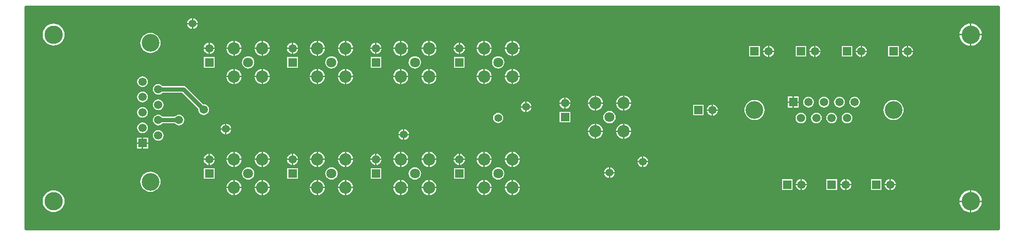
<source format=gtl>
G04*
G04 #@! TF.GenerationSoftware,Altium Limited,Altium Designer,21.7.1 (17)*
G04*
G04 Layer_Physical_Order=1*
G04 Layer_Color=255*
%FSLAX25Y25*%
%MOIN*%
G70*
G04*
G04 #@! TF.SameCoordinates,5A6BF6B2-75EA-49F6-9102-A494C9BE1907*
G04*
G04*
G04 #@! TF.FilePolarity,Positive*
G04*
G01*
G75*
%ADD11C,0.01968*%
%ADD23C,0.03000*%
%ADD24R,0.05906X0.05906*%
%ADD25C,0.05906*%
%ADD26C,0.12598*%
%ADD27R,0.05906X0.05906*%
%ADD28C,0.13000*%
%ADD29C,0.07087*%
%ADD30C,0.08661*%
%ADD31C,0.05512*%
G36*
X688976Y0D02*
X688976Y-157480D01*
X0Y-157480D01*
Y0D01*
X688976Y0D01*
D02*
G37*
%LPC*%
G36*
X118610Y-8089D02*
Y-11311D01*
X121833D01*
X121769Y-10830D01*
X121391Y-9917D01*
X120789Y-9132D01*
X120004Y-8530D01*
X119091Y-8152D01*
X118610Y-8089D01*
D02*
G37*
G36*
X117610D02*
X117130Y-8152D01*
X116216Y-8530D01*
X115431Y-9132D01*
X114830Y-9917D01*
X114451Y-10830D01*
X114388Y-11311D01*
X117610D01*
Y-8089D01*
D02*
G37*
G36*
X121833Y-12311D02*
X118610D01*
Y-15533D01*
X119091Y-15470D01*
X120004Y-15092D01*
X120789Y-14490D01*
X121391Y-13705D01*
X121769Y-12791D01*
X121833Y-12311D01*
D02*
G37*
G36*
X117610D02*
X114388D01*
X114451Y-12791D01*
X114830Y-13705D01*
X115431Y-14490D01*
X116216Y-15092D01*
X117130Y-15470D01*
X117610Y-15533D01*
Y-12311D01*
D02*
G37*
G36*
X669791Y-11796D02*
Y-19185D01*
X677180D01*
X677077Y-18136D01*
X676625Y-16647D01*
X675892Y-15275D01*
X674904Y-14072D01*
X673702Y-13085D01*
X672329Y-12351D01*
X670840Y-11899D01*
X669791Y-11796D01*
D02*
G37*
G36*
X668791D02*
X667743Y-11899D01*
X666254Y-12351D01*
X664881Y-13085D01*
X663678Y-14072D01*
X662691Y-15275D01*
X661957Y-16647D01*
X661506Y-18136D01*
X661402Y-19185D01*
X668791D01*
Y-11796D01*
D02*
G37*
G36*
X19685Y-11948D02*
X18176Y-12096D01*
X16724Y-12537D01*
X15386Y-13252D01*
X14214Y-14214D01*
X13252Y-15386D01*
X12537Y-16724D01*
X12096Y-18176D01*
X11948Y-19685D01*
X12096Y-21194D01*
X12537Y-22646D01*
X13252Y-23984D01*
X14214Y-25156D01*
X15386Y-26118D01*
X16724Y-26833D01*
X18176Y-27274D01*
X19685Y-27422D01*
X21194Y-27274D01*
X22646Y-26833D01*
X23984Y-26118D01*
X25156Y-25156D01*
X26118Y-23984D01*
X26833Y-22646D01*
X27274Y-21194D01*
X27422Y-19685D01*
X27274Y-18176D01*
X26833Y-16724D01*
X26118Y-15386D01*
X25156Y-14214D01*
X23984Y-13252D01*
X22646Y-12537D01*
X21194Y-12096D01*
X19685Y-11948D01*
D02*
G37*
G36*
X677180Y-20185D02*
X669791D01*
Y-27574D01*
X670840Y-27471D01*
X672329Y-27019D01*
X673702Y-26285D01*
X674904Y-25298D01*
X675892Y-24095D01*
X676625Y-22723D01*
X677077Y-21234D01*
X677180Y-20185D01*
D02*
G37*
G36*
X668791D02*
X661402D01*
X661506Y-21234D01*
X661957Y-22723D01*
X662691Y-24095D01*
X663678Y-25298D01*
X664881Y-26285D01*
X666254Y-27019D01*
X667743Y-27471D01*
X668791Y-27574D01*
Y-20185D01*
D02*
G37*
G36*
X307587Y-25449D02*
Y-28870D01*
X311008D01*
X310938Y-28338D01*
X310539Y-27377D01*
X309906Y-26551D01*
X309080Y-25917D01*
X308119Y-25519D01*
X307587Y-25449D01*
D02*
G37*
G36*
X306587D02*
X306055Y-25519D01*
X305093Y-25917D01*
X304268Y-26551D01*
X303634Y-27377D01*
X303236Y-28338D01*
X303166Y-28870D01*
X306587D01*
Y-25449D01*
D02*
G37*
G36*
X248532Y-25449D02*
Y-28870D01*
X251953D01*
X251883Y-28338D01*
X251484Y-27377D01*
X250851Y-26551D01*
X250025Y-25917D01*
X249063Y-25519D01*
X248532Y-25449D01*
D02*
G37*
G36*
X189476D02*
Y-28870D01*
X192897D01*
X192827Y-28338D01*
X192429Y-27377D01*
X191796Y-26551D01*
X190970Y-25917D01*
X190008Y-25519D01*
X189476Y-25449D01*
D02*
G37*
G36*
X188476Y-25449D02*
X187944Y-25519D01*
X186983Y-25917D01*
X186157Y-26551D01*
X185524Y-27377D01*
X185125Y-28338D01*
X185055Y-28870D01*
X188476D01*
Y-25449D01*
D02*
G37*
G36*
X247532D02*
X247000Y-25519D01*
X246038Y-25917D01*
X245212Y-26551D01*
X244579Y-27377D01*
X244180Y-28338D01*
X244110Y-28870D01*
X247532D01*
Y-25449D01*
D02*
G37*
G36*
X345146Y-24059D02*
Y-28870D01*
X349956D01*
X349839Y-27979D01*
X349302Y-26682D01*
X348448Y-25568D01*
X347334Y-24714D01*
X346037Y-24177D01*
X345146Y-24059D01*
D02*
G37*
G36*
X325146D02*
Y-28870D01*
X329957D01*
X329839Y-27979D01*
X329302Y-26682D01*
X328448Y-25568D01*
X327334Y-24714D01*
X326037Y-24177D01*
X325146Y-24059D01*
D02*
G37*
G36*
X286090D02*
Y-28870D01*
X290901D01*
X290784Y-27979D01*
X290247Y-26682D01*
X289392Y-25568D01*
X288279Y-24714D01*
X286982Y-24177D01*
X286090Y-24059D01*
D02*
G37*
G36*
X266090D02*
Y-28870D01*
X270901D01*
X270784Y-27979D01*
X270247Y-26682D01*
X269392Y-25568D01*
X268279Y-24714D01*
X266982Y-24177D01*
X266090Y-24059D01*
D02*
G37*
G36*
X227035D02*
Y-28870D01*
X231846D01*
X231729Y-27979D01*
X231192Y-26682D01*
X230337Y-25568D01*
X229224Y-24714D01*
X227927Y-24177D01*
X227035Y-24059D01*
D02*
G37*
G36*
X207035D02*
Y-28870D01*
X211846D01*
X211729Y-27979D01*
X211192Y-26682D01*
X210337Y-25568D01*
X209224Y-24714D01*
X207927Y-24177D01*
X207035Y-24059D01*
D02*
G37*
G36*
X130421Y-25449D02*
Y-28870D01*
X133842D01*
X133772Y-28338D01*
X133374Y-27377D01*
X132740Y-26551D01*
X131915Y-25917D01*
X130953Y-25519D01*
X130421Y-25449D01*
D02*
G37*
G36*
X129421Y-25449D02*
X128889Y-25519D01*
X127928Y-25917D01*
X127102Y-26551D01*
X126469Y-27377D01*
X126070Y-28338D01*
X126000Y-28870D01*
X129421D01*
Y-25449D01*
D02*
G37*
G36*
X285090Y-24059D02*
X284199Y-24177D01*
X282902Y-24714D01*
X281789Y-25568D01*
X280934Y-26682D01*
X280397Y-27979D01*
X280280Y-28870D01*
X285090D01*
Y-24059D01*
D02*
G37*
G36*
X206035D02*
X205144Y-24177D01*
X203847Y-24714D01*
X202733Y-25568D01*
X201879Y-26682D01*
X201342Y-27979D01*
X201224Y-28870D01*
X206035D01*
Y-24059D01*
D02*
G37*
G36*
X265090D02*
X264199Y-24177D01*
X262902Y-24714D01*
X261789Y-25568D01*
X260934Y-26682D01*
X260397Y-27979D01*
X260280Y-28870D01*
X265090D01*
Y-24059D01*
D02*
G37*
G36*
X226035D02*
X225144Y-24177D01*
X223847Y-24714D01*
X222733Y-25568D01*
X221879Y-26682D01*
X221342Y-27979D01*
X221224Y-28870D01*
X226035D01*
Y-24059D01*
D02*
G37*
G36*
X344146D02*
X343254Y-24177D01*
X341957Y-24714D01*
X340844Y-25568D01*
X339989Y-26682D01*
X339452Y-27979D01*
X339335Y-28870D01*
X344146D01*
Y-24059D01*
D02*
G37*
G36*
X324146D02*
X323254Y-24177D01*
X321957Y-24714D01*
X320844Y-25568D01*
X319989Y-26682D01*
X319452Y-27979D01*
X319335Y-28870D01*
X324146D01*
Y-24059D01*
D02*
G37*
G36*
X167980Y-24059D02*
Y-28870D01*
X172791D01*
X172674Y-27979D01*
X172137Y-26682D01*
X171282Y-25568D01*
X170169Y-24714D01*
X168872Y-24177D01*
X167980Y-24059D01*
D02*
G37*
G36*
X147980D02*
Y-28870D01*
X152791D01*
X152674Y-27979D01*
X152137Y-26682D01*
X151282Y-25568D01*
X150169Y-24714D01*
X148872Y-24177D01*
X147980Y-24059D01*
D02*
G37*
G36*
X146980Y-24059D02*
X146089Y-24177D01*
X144792Y-24714D01*
X143678Y-25568D01*
X142824Y-26682D01*
X142287Y-27979D01*
X142169Y-28870D01*
X146980D01*
Y-24059D01*
D02*
G37*
G36*
X166980D02*
X166089Y-24177D01*
X164792Y-24714D01*
X163678Y-25568D01*
X162824Y-26682D01*
X162287Y-27979D01*
X162169Y-28870D01*
X166980D01*
Y-24059D01*
D02*
G37*
G36*
X625106Y-27575D02*
Y-30996D01*
X628527D01*
X628457Y-30464D01*
X628059Y-29503D01*
X627425Y-28677D01*
X626600Y-28043D01*
X625638Y-27645D01*
X625106Y-27575D01*
D02*
G37*
G36*
X559555D02*
Y-30996D01*
X562976D01*
X562906Y-30464D01*
X562508Y-29503D01*
X561874Y-28677D01*
X561049Y-28043D01*
X560087Y-27645D01*
X559555Y-27575D01*
D02*
G37*
G36*
X592271D02*
Y-30996D01*
X595692D01*
X595622Y-30464D01*
X595224Y-29503D01*
X594590Y-28677D01*
X593765Y-28043D01*
X592803Y-27645D01*
X592271Y-27575D01*
D02*
G37*
G36*
X526720D02*
Y-30996D01*
X530141D01*
X530071Y-30464D01*
X529673Y-29503D01*
X529039Y-28677D01*
X528214Y-28043D01*
X527252Y-27645D01*
X526720Y-27575D01*
D02*
G37*
G36*
X558555D02*
X558023Y-27645D01*
X557062Y-28043D01*
X556236Y-28677D01*
X555602Y-29503D01*
X555204Y-30464D01*
X555134Y-30996D01*
X558555D01*
Y-27575D01*
D02*
G37*
G36*
X624106D02*
X623574Y-27645D01*
X622613Y-28043D01*
X621787Y-28677D01*
X621153Y-29503D01*
X620755Y-30464D01*
X620685Y-30996D01*
X624106D01*
Y-27575D01*
D02*
G37*
G36*
X591271D02*
X590739Y-27645D01*
X589778Y-28043D01*
X588952Y-28677D01*
X588318Y-29503D01*
X587920Y-30464D01*
X587850Y-30996D01*
X591271D01*
Y-27575D01*
D02*
G37*
G36*
X525720D02*
X525188Y-27645D01*
X524227Y-28043D01*
X523401Y-28677D01*
X522767Y-29503D01*
X522369Y-30464D01*
X522299Y-30996D01*
X525720D01*
Y-27575D01*
D02*
G37*
G36*
X88267Y-18477D02*
X86875Y-18614D01*
X85537Y-19020D01*
X84304Y-19679D01*
X83223Y-20566D01*
X82336Y-21647D01*
X81677Y-22880D01*
X81271Y-24218D01*
X81134Y-25610D01*
X81271Y-27002D01*
X81677Y-28340D01*
X82336Y-29573D01*
X83223Y-30654D01*
X84304Y-31541D01*
X85537Y-32201D01*
X86875Y-32607D01*
X88267Y-32744D01*
X89659Y-32607D01*
X90997Y-32201D01*
X92230Y-31541D01*
X93311Y-30654D01*
X94199Y-29573D01*
X94858Y-28340D01*
X95264Y-27002D01*
X95401Y-25610D01*
X95264Y-24218D01*
X94858Y-22880D01*
X94199Y-21647D01*
X93311Y-20566D01*
X92230Y-19679D01*
X90997Y-19020D01*
X89659Y-18614D01*
X88267Y-18477D01*
D02*
G37*
G36*
X129421Y-29870D02*
X126000D01*
X126070Y-30402D01*
X126469Y-31363D01*
X127102Y-32189D01*
X127928Y-32823D01*
X128889Y-33221D01*
X129421Y-33291D01*
Y-29870D01*
D02*
G37*
G36*
X188476Y-29870D02*
X185055D01*
X185125Y-30402D01*
X185524Y-31363D01*
X186157Y-32189D01*
X186983Y-32823D01*
X187944Y-33221D01*
X188476Y-33291D01*
Y-29870D01*
D02*
G37*
G36*
X247532D02*
X244110D01*
X244180Y-30402D01*
X244579Y-31363D01*
X245212Y-32189D01*
X246038Y-32823D01*
X247000Y-33221D01*
X247532Y-33291D01*
Y-29870D01*
D02*
G37*
G36*
X306587Y-29870D02*
X303166D01*
X303236Y-30402D01*
X303634Y-31363D01*
X304268Y-32189D01*
X305093Y-32823D01*
X306055Y-33221D01*
X306587Y-33291D01*
Y-29870D01*
D02*
G37*
G36*
X311008D02*
X307587D01*
Y-33291D01*
X308119Y-33221D01*
X309080Y-32823D01*
X309906Y-32189D01*
X310539Y-31363D01*
X310938Y-30402D01*
X311008Y-29870D01*
D02*
G37*
G36*
X251953Y-29870D02*
X248532D01*
Y-33291D01*
X249063Y-33221D01*
X250025Y-32823D01*
X250851Y-32189D01*
X251484Y-31363D01*
X251883Y-30402D01*
X251953Y-29870D01*
D02*
G37*
G36*
X192897D02*
X189476D01*
Y-33291D01*
X190008Y-33221D01*
X190970Y-32823D01*
X191796Y-32189D01*
X192429Y-31363D01*
X192827Y-30402D01*
X192897Y-29870D01*
D02*
G37*
G36*
X133842Y-29870D02*
X130421D01*
Y-33291D01*
X130953Y-33221D01*
X131915Y-32823D01*
X132740Y-32189D01*
X133374Y-31363D01*
X133772Y-30402D01*
X133842Y-29870D01*
D02*
G37*
G36*
X146980Y-29870D02*
X142169D01*
X142287Y-30762D01*
X142824Y-32058D01*
X143678Y-33172D01*
X144792Y-34026D01*
X146089Y-34564D01*
X146980Y-34681D01*
Y-29870D01*
D02*
G37*
G36*
X166980D02*
X162169D01*
X162287Y-30762D01*
X162824Y-32058D01*
X163678Y-33172D01*
X164792Y-34026D01*
X166089Y-34564D01*
X166980Y-34681D01*
Y-29870D01*
D02*
G37*
G36*
X285090Y-29870D02*
X280280D01*
X280397Y-30762D01*
X280934Y-32058D01*
X281789Y-33172D01*
X282902Y-34026D01*
X284199Y-34564D01*
X285090Y-34681D01*
Y-29870D01*
D02*
G37*
G36*
X206035D02*
X201224D01*
X201342Y-30762D01*
X201879Y-32058D01*
X202733Y-33172D01*
X203847Y-34026D01*
X205144Y-34564D01*
X206035Y-34681D01*
Y-29870D01*
D02*
G37*
G36*
X344146D02*
X339335D01*
X339452Y-30762D01*
X339989Y-32058D01*
X340844Y-33172D01*
X341957Y-34026D01*
X343254Y-34564D01*
X344146Y-34681D01*
Y-29870D01*
D02*
G37*
G36*
X324146D02*
X319335D01*
X319452Y-30762D01*
X319989Y-32058D01*
X320844Y-33172D01*
X321957Y-34026D01*
X323254Y-34564D01*
X324146Y-34681D01*
Y-29870D01*
D02*
G37*
G36*
X265090D02*
X260280D01*
X260397Y-30762D01*
X260934Y-32058D01*
X261789Y-33172D01*
X262902Y-34026D01*
X264199Y-34564D01*
X265090Y-34681D01*
Y-29870D01*
D02*
G37*
G36*
X226035D02*
X221224D01*
X221342Y-30762D01*
X221879Y-32058D01*
X222733Y-33172D01*
X223847Y-34026D01*
X225144Y-34564D01*
X226035Y-34681D01*
Y-29870D01*
D02*
G37*
G36*
X349957D02*
X345146D01*
Y-34681D01*
X346037Y-34564D01*
X347334Y-34026D01*
X348448Y-33172D01*
X349302Y-32058D01*
X349839Y-30762D01*
X349957Y-29870D01*
D02*
G37*
G36*
X329957D02*
X325146D01*
Y-34681D01*
X326037Y-34564D01*
X327334Y-34026D01*
X328448Y-33172D01*
X329302Y-32058D01*
X329839Y-30762D01*
X329957Y-29870D01*
D02*
G37*
G36*
X270901D02*
X266090D01*
Y-34681D01*
X266982Y-34564D01*
X268279Y-34026D01*
X269392Y-33172D01*
X270247Y-32058D01*
X270784Y-30762D01*
X270901Y-29870D01*
D02*
G37*
G36*
X231846D02*
X227035D01*
Y-34681D01*
X227927Y-34564D01*
X229224Y-34026D01*
X230337Y-33172D01*
X231192Y-32058D01*
X231729Y-30762D01*
X231846Y-29870D01*
D02*
G37*
G36*
X211846D02*
X207035D01*
Y-34681D01*
X207927Y-34564D01*
X209224Y-34026D01*
X210337Y-33172D01*
X211192Y-32058D01*
X211729Y-30762D01*
X211846Y-29870D01*
D02*
G37*
G36*
X290901D02*
X286090D01*
Y-34681D01*
X286982Y-34564D01*
X288279Y-34026D01*
X289392Y-33172D01*
X290247Y-32058D01*
X290784Y-30762D01*
X290901Y-29870D01*
D02*
G37*
G36*
X172791Y-29870D02*
X167980D01*
Y-34681D01*
X168872Y-34564D01*
X170169Y-34026D01*
X171282Y-33172D01*
X172137Y-32058D01*
X172674Y-30762D01*
X172791Y-29870D01*
D02*
G37*
G36*
X152791D02*
X147980D01*
Y-34681D01*
X148872Y-34564D01*
X150169Y-34026D01*
X151282Y-33172D01*
X152137Y-32058D01*
X152674Y-30762D01*
X152791Y-29870D01*
D02*
G37*
G36*
X618359Y-27743D02*
X610853D01*
Y-35249D01*
X618359D01*
Y-27743D01*
D02*
G37*
G36*
X585524D02*
X578018D01*
Y-35249D01*
X585524D01*
Y-27743D01*
D02*
G37*
G36*
X552808D02*
X545302D01*
Y-35249D01*
X552808D01*
Y-27743D01*
D02*
G37*
G36*
X519973D02*
X512467D01*
Y-35249D01*
X519973D01*
Y-27743D01*
D02*
G37*
G36*
X628527Y-31996D02*
X625106D01*
Y-35417D01*
X625638Y-35347D01*
X626600Y-34949D01*
X627425Y-34315D01*
X628059Y-33490D01*
X628457Y-32528D01*
X628527Y-31996D01*
D02*
G37*
G36*
X595692D02*
X592271D01*
Y-35417D01*
X592803Y-35347D01*
X593765Y-34949D01*
X594590Y-34315D01*
X595224Y-33490D01*
X595622Y-32528D01*
X595692Y-31996D01*
D02*
G37*
G36*
X562976D02*
X559555D01*
Y-35417D01*
X560087Y-35347D01*
X561049Y-34949D01*
X561874Y-34315D01*
X562508Y-33490D01*
X562906Y-32528D01*
X562976Y-31996D01*
D02*
G37*
G36*
X530141D02*
X526720D01*
Y-35417D01*
X527252Y-35347D01*
X528214Y-34949D01*
X529039Y-34315D01*
X529673Y-33490D01*
X530071Y-32528D01*
X530141Y-31996D01*
D02*
G37*
G36*
X591271D02*
X587850D01*
X587920Y-32528D01*
X588318Y-33490D01*
X588952Y-34315D01*
X589778Y-34949D01*
X590739Y-35347D01*
X591271Y-35417D01*
Y-31996D01*
D02*
G37*
G36*
X558555D02*
X555134D01*
X555204Y-32528D01*
X555602Y-33490D01*
X556236Y-34315D01*
X557062Y-34949D01*
X558023Y-35347D01*
X558555Y-35417D01*
Y-31996D01*
D02*
G37*
G36*
X525720D02*
X522299D01*
X522369Y-32528D01*
X522767Y-33490D01*
X523401Y-34315D01*
X524227Y-34949D01*
X525188Y-35347D01*
X525720Y-35417D01*
Y-31996D01*
D02*
G37*
G36*
X624106D02*
X620685D01*
X620755Y-32528D01*
X621153Y-33490D01*
X621787Y-34315D01*
X622613Y-34949D01*
X623574Y-35347D01*
X624106Y-35417D01*
Y-31996D01*
D02*
G37*
G36*
X310839Y-35617D02*
X303334D01*
Y-43123D01*
X310839D01*
Y-35617D01*
D02*
G37*
G36*
X251784D02*
X244279D01*
Y-43123D01*
X251784D01*
Y-35617D01*
D02*
G37*
G36*
X192729D02*
X185224D01*
Y-43123D01*
X192729D01*
Y-35617D01*
D02*
G37*
G36*
X133674D02*
X126169D01*
Y-43123D01*
X133674D01*
Y-35617D01*
D02*
G37*
G36*
X334646Y-34989D02*
X333512Y-35139D01*
X332455Y-35576D01*
X331548Y-36272D01*
X330852Y-37180D01*
X330414Y-38236D01*
X330265Y-39370D01*
X330414Y-40504D01*
X330852Y-41561D01*
X331548Y-42468D01*
X332455Y-43164D01*
X333512Y-43602D01*
X334646Y-43751D01*
X335780Y-43602D01*
X336836Y-43164D01*
X337743Y-42468D01*
X338439Y-41561D01*
X338877Y-40504D01*
X339026Y-39370D01*
X338877Y-38236D01*
X338439Y-37180D01*
X337743Y-36272D01*
X336836Y-35576D01*
X335780Y-35139D01*
X334646Y-34989D01*
D02*
G37*
G36*
X275590D02*
X274457Y-35139D01*
X273400Y-35576D01*
X272493Y-36272D01*
X271797Y-37180D01*
X271359Y-38236D01*
X271210Y-39370D01*
X271359Y-40504D01*
X271797Y-41561D01*
X272493Y-42468D01*
X273400Y-43164D01*
X274457Y-43602D01*
X275590Y-43751D01*
X276724Y-43602D01*
X277781Y-43164D01*
X278688Y-42468D01*
X279384Y-41561D01*
X279822Y-40504D01*
X279971Y-39370D01*
X279822Y-38236D01*
X279384Y-37180D01*
X278688Y-36272D01*
X277781Y-35576D01*
X276724Y-35139D01*
X275590Y-34989D01*
D02*
G37*
G36*
X216535D02*
X215402Y-35139D01*
X214345Y-35576D01*
X213438Y-36272D01*
X212742Y-37180D01*
X212304Y-38236D01*
X212155Y-39370D01*
X212304Y-40504D01*
X212742Y-41561D01*
X213438Y-42468D01*
X214345Y-43164D01*
X215402Y-43602D01*
X216535Y-43751D01*
X217669Y-43602D01*
X218726Y-43164D01*
X219633Y-42468D01*
X220329Y-41561D01*
X220767Y-40504D01*
X220916Y-39370D01*
X220767Y-38236D01*
X220329Y-37180D01*
X219633Y-36272D01*
X218726Y-35576D01*
X217669Y-35139D01*
X216535Y-34989D01*
D02*
G37*
G36*
X157480D02*
X156346Y-35139D01*
X155290Y-35576D01*
X154383Y-36272D01*
X153686Y-37180D01*
X153249Y-38236D01*
X153100Y-39370D01*
X153249Y-40504D01*
X153686Y-41561D01*
X154383Y-42468D01*
X155290Y-43164D01*
X156346Y-43602D01*
X157480Y-43751D01*
X158614Y-43602D01*
X159671Y-43164D01*
X160578Y-42468D01*
X161274Y-41561D01*
X161712Y-40504D01*
X161861Y-39370D01*
X161712Y-38236D01*
X161274Y-37180D01*
X160578Y-36272D01*
X159671Y-35576D01*
X158614Y-35139D01*
X157480Y-34989D01*
D02*
G37*
G36*
X345146Y-44059D02*
Y-48870D01*
X349956D01*
X349839Y-47978D01*
X349302Y-46682D01*
X348448Y-45568D01*
X347334Y-44714D01*
X346037Y-44177D01*
X345146Y-44059D01*
D02*
G37*
G36*
X325146D02*
Y-48870D01*
X329957D01*
X329839Y-47978D01*
X329302Y-46682D01*
X328448Y-45568D01*
X327334Y-44714D01*
X326037Y-44177D01*
X325146Y-44059D01*
D02*
G37*
G36*
X286090D02*
Y-48870D01*
X290901D01*
X290784Y-47978D01*
X290247Y-46682D01*
X289392Y-45568D01*
X288279Y-44714D01*
X286982Y-44177D01*
X286090Y-44059D01*
D02*
G37*
G36*
X266090D02*
Y-48870D01*
X270901D01*
X270784Y-47978D01*
X270247Y-46682D01*
X269392Y-45568D01*
X268279Y-44714D01*
X266982Y-44177D01*
X266090Y-44059D01*
D02*
G37*
G36*
X227035D02*
Y-48870D01*
X231846D01*
X231729Y-47978D01*
X231192Y-46682D01*
X230337Y-45568D01*
X229224Y-44714D01*
X227927Y-44177D01*
X227035Y-44059D01*
D02*
G37*
G36*
X207035D02*
Y-48870D01*
X211846D01*
X211729Y-47978D01*
X211192Y-46682D01*
X210337Y-45568D01*
X209224Y-44714D01*
X207927Y-44177D01*
X207035Y-44059D01*
D02*
G37*
G36*
X226035D02*
X225144Y-44177D01*
X223847Y-44714D01*
X222733Y-45568D01*
X221879Y-46682D01*
X221342Y-47978D01*
X221224Y-48870D01*
X226035D01*
Y-44059D01*
D02*
G37*
G36*
X206035D02*
X205144Y-44177D01*
X203847Y-44714D01*
X202733Y-45568D01*
X201879Y-46682D01*
X201342Y-47978D01*
X201224Y-48870D01*
X206035D01*
Y-44059D01*
D02*
G37*
G36*
X265090D02*
X264199Y-44177D01*
X262902Y-44714D01*
X261789Y-45568D01*
X260934Y-46682D01*
X260397Y-47978D01*
X260280Y-48870D01*
X265090D01*
Y-44059D01*
D02*
G37*
G36*
X344146D02*
X343254Y-44177D01*
X341957Y-44714D01*
X340844Y-45568D01*
X339989Y-46682D01*
X339452Y-47978D01*
X339335Y-48870D01*
X344146D01*
Y-44059D01*
D02*
G37*
G36*
X324146D02*
X323254Y-44177D01*
X321957Y-44714D01*
X320844Y-45568D01*
X319989Y-46682D01*
X319452Y-47978D01*
X319335Y-48870D01*
X324146D01*
Y-44059D01*
D02*
G37*
G36*
X285090D02*
X284199Y-44177D01*
X282902Y-44714D01*
X281789Y-45568D01*
X280934Y-46682D01*
X280397Y-47978D01*
X280280Y-48870D01*
X285090D01*
Y-44059D01*
D02*
G37*
G36*
X167980D02*
Y-48870D01*
X172791D01*
X172674Y-47978D01*
X172137Y-46682D01*
X171282Y-45568D01*
X170169Y-44714D01*
X168872Y-44177D01*
X167980Y-44059D01*
D02*
G37*
G36*
X147980D02*
Y-48870D01*
X152791D01*
X152674Y-47978D01*
X152137Y-46682D01*
X151282Y-45568D01*
X150169Y-44714D01*
X148872Y-44177D01*
X147980Y-44059D01*
D02*
G37*
G36*
X146980D02*
X146089Y-44177D01*
X144792Y-44714D01*
X143678Y-45568D01*
X142824Y-46682D01*
X142287Y-47978D01*
X142169Y-48870D01*
X146980D01*
Y-44059D01*
D02*
G37*
G36*
X166980D02*
X166089Y-44177D01*
X164792Y-44714D01*
X163678Y-45568D01*
X162824Y-46682D01*
X162287Y-47978D01*
X162169Y-48870D01*
X166980D01*
Y-44059D01*
D02*
G37*
G36*
X290901Y-49870D02*
X286090D01*
Y-54681D01*
X286982Y-54564D01*
X288279Y-54026D01*
X289392Y-53172D01*
X290247Y-52058D01*
X290784Y-50762D01*
X290901Y-49870D01*
D02*
G37*
G36*
X270901D02*
X266090D01*
Y-54681D01*
X266982Y-54564D01*
X268279Y-54026D01*
X269392Y-53172D01*
X270247Y-52058D01*
X270784Y-50762D01*
X270901Y-49870D01*
D02*
G37*
G36*
X349956D02*
X345146D01*
Y-54681D01*
X346037Y-54564D01*
X347334Y-54026D01*
X348448Y-53172D01*
X349302Y-52058D01*
X349839Y-50762D01*
X349956Y-49870D01*
D02*
G37*
G36*
X329957D02*
X325146D01*
Y-54681D01*
X326037Y-54564D01*
X327334Y-54026D01*
X328448Y-53172D01*
X329302Y-52058D01*
X329839Y-50762D01*
X329957Y-49870D01*
D02*
G37*
G36*
X231846D02*
X227035D01*
Y-54681D01*
X227927Y-54564D01*
X229224Y-54026D01*
X230337Y-53172D01*
X231192Y-52058D01*
X231729Y-50762D01*
X231846Y-49870D01*
D02*
G37*
G36*
X211846D02*
X207035D01*
Y-54681D01*
X207927Y-54564D01*
X209224Y-54026D01*
X210337Y-53172D01*
X211192Y-52058D01*
X211729Y-50762D01*
X211846Y-49870D01*
D02*
G37*
G36*
X172791Y-49870D02*
X167980D01*
Y-54681D01*
X168872Y-54564D01*
X170169Y-54026D01*
X171282Y-53172D01*
X172137Y-52058D01*
X172674Y-50762D01*
X172791Y-49870D01*
D02*
G37*
G36*
X152791D02*
X147980D01*
Y-54681D01*
X148872Y-54564D01*
X150169Y-54026D01*
X151282Y-53172D01*
X152137Y-52058D01*
X152674Y-50762D01*
X152791Y-49870D01*
D02*
G37*
G36*
X146980D02*
X142169D01*
X142287Y-50762D01*
X142824Y-52058D01*
X143678Y-53172D01*
X144792Y-54026D01*
X146089Y-54564D01*
X146980Y-54681D01*
Y-49870D01*
D02*
G37*
G36*
X166980D02*
X162169D01*
X162287Y-50762D01*
X162824Y-52058D01*
X163678Y-53172D01*
X164792Y-54026D01*
X166089Y-54564D01*
X166980Y-54681D01*
Y-49870D01*
D02*
G37*
G36*
X344146Y-49870D02*
X339335D01*
X339452Y-50762D01*
X339989Y-52058D01*
X340844Y-53172D01*
X341957Y-54026D01*
X343254Y-54564D01*
X344146Y-54681D01*
Y-49870D01*
D02*
G37*
G36*
X324146D02*
X319335D01*
X319452Y-50762D01*
X319989Y-52058D01*
X320844Y-53172D01*
X321957Y-54026D01*
X323254Y-54564D01*
X324146Y-54681D01*
Y-49870D01*
D02*
G37*
G36*
X226035D02*
X221224D01*
X221342Y-50762D01*
X221879Y-52058D01*
X222733Y-53172D01*
X223847Y-54026D01*
X225144Y-54564D01*
X226035Y-54681D01*
Y-49870D01*
D02*
G37*
G36*
X206035D02*
X201224D01*
X201342Y-50762D01*
X201879Y-52058D01*
X202733Y-53172D01*
X203847Y-54026D01*
X205144Y-54564D01*
X206035Y-54681D01*
Y-49870D01*
D02*
G37*
G36*
X285090D02*
X280280D01*
X280397Y-50762D01*
X280934Y-52058D01*
X281789Y-53172D01*
X282902Y-54026D01*
X284199Y-54564D01*
X285090Y-54681D01*
Y-49870D01*
D02*
G37*
G36*
X265090D02*
X260280D01*
X260397Y-50762D01*
X260934Y-52058D01*
X261789Y-53172D01*
X262902Y-54026D01*
X264199Y-54564D01*
X265090Y-54681D01*
Y-49870D01*
D02*
G37*
G36*
X82677Y-49207D02*
X81697Y-49336D01*
X80785Y-49714D01*
X80001Y-50316D01*
X79399Y-51100D01*
X79021Y-52012D01*
X78892Y-52992D01*
X79021Y-53972D01*
X79399Y-54885D01*
X80001Y-55669D01*
X80785Y-56270D01*
X81697Y-56648D01*
X82677Y-56777D01*
X83657Y-56648D01*
X84570Y-56270D01*
X85354Y-55669D01*
X85955Y-54885D01*
X86333Y-53972D01*
X86462Y-52992D01*
X86333Y-52012D01*
X85955Y-51100D01*
X85354Y-50316D01*
X84570Y-49714D01*
X83657Y-49336D01*
X82677Y-49207D01*
D02*
G37*
G36*
X547555Y-63606D02*
X544102D01*
Y-67059D01*
X547555D01*
Y-63606D01*
D02*
G37*
G36*
X543102D02*
X539649D01*
Y-67059D01*
X543102D01*
Y-63606D01*
D02*
G37*
G36*
X382445Y-64257D02*
Y-67678D01*
X385866D01*
X385796Y-67146D01*
X385398Y-66184D01*
X384764Y-65358D01*
X383939Y-64725D01*
X382977Y-64327D01*
X382445Y-64257D01*
D02*
G37*
G36*
X381445D02*
X380913Y-64327D01*
X379952Y-64725D01*
X379126Y-65358D01*
X378492Y-66184D01*
X378094Y-67146D01*
X378024Y-67678D01*
X381445D01*
Y-64257D01*
D02*
G37*
G36*
X423941Y-62867D02*
Y-67678D01*
X428752D01*
X428635Y-66786D01*
X428097Y-65489D01*
X427243Y-64376D01*
X426129Y-63521D01*
X424833Y-62984D01*
X423941Y-62867D01*
D02*
G37*
G36*
X403941D02*
Y-67678D01*
X408752D01*
X408635Y-66786D01*
X408098Y-65489D01*
X407243Y-64376D01*
X406130Y-63521D01*
X404833Y-62984D01*
X403941Y-62867D01*
D02*
G37*
G36*
X422941D02*
X422050Y-62984D01*
X420753Y-63521D01*
X419639Y-64376D01*
X418785Y-65489D01*
X418248Y-66786D01*
X418130Y-67678D01*
X422941D01*
Y-62867D01*
D02*
G37*
G36*
X402941D02*
X402050Y-62984D01*
X400753Y-63521D01*
X399639Y-64376D01*
X398785Y-65489D01*
X398248Y-66786D01*
X398130Y-67678D01*
X402941D01*
Y-62867D01*
D02*
G37*
G36*
X82677Y-60112D02*
X81697Y-60241D01*
X80785Y-60619D01*
X80001Y-61221D01*
X79399Y-62005D01*
X79021Y-62918D01*
X78892Y-63897D01*
X79021Y-64877D01*
X79399Y-65790D01*
X80001Y-66574D01*
X80785Y-67175D01*
X81697Y-67553D01*
X82677Y-67682D01*
X83657Y-67553D01*
X84570Y-67175D01*
X85354Y-66574D01*
X85955Y-65790D01*
X86333Y-64877D01*
X86462Y-63897D01*
X86333Y-62918D01*
X85955Y-62005D01*
X85354Y-61221D01*
X84570Y-60619D01*
X83657Y-60241D01*
X82677Y-60112D01*
D02*
G37*
G36*
X354831Y-67144D02*
Y-70366D01*
X358053D01*
X357990Y-69886D01*
X357611Y-68972D01*
X357010Y-68187D01*
X356225Y-67585D01*
X355311Y-67207D01*
X354831Y-67144D01*
D02*
G37*
G36*
X353831D02*
X353350Y-67207D01*
X352437Y-67585D01*
X351652Y-68187D01*
X351050Y-68972D01*
X350672Y-69886D01*
X350608Y-70366D01*
X353831D01*
Y-67144D01*
D02*
G37*
G36*
X587224Y-63774D02*
X586244Y-63903D01*
X585332Y-64281D01*
X584548Y-64883D01*
X583946Y-65667D01*
X583568Y-66580D01*
X583439Y-67559D01*
X583568Y-68539D01*
X583946Y-69452D01*
X584548Y-70236D01*
X585332Y-70837D01*
X586244Y-71215D01*
X587224Y-71344D01*
X588204Y-71215D01*
X589117Y-70837D01*
X589901Y-70236D01*
X590502Y-69452D01*
X590880Y-68539D01*
X591009Y-67559D01*
X590880Y-66580D01*
X590502Y-65667D01*
X589901Y-64883D01*
X589117Y-64281D01*
X588204Y-63903D01*
X587224Y-63774D01*
D02*
G37*
G36*
X576319D02*
X575340Y-63903D01*
X574427Y-64281D01*
X573643Y-64883D01*
X573041Y-65667D01*
X572663Y-66580D01*
X572534Y-67559D01*
X572663Y-68539D01*
X573041Y-69452D01*
X573643Y-70236D01*
X574427Y-70837D01*
X575340Y-71215D01*
X576319Y-71344D01*
X577299Y-71215D01*
X578212Y-70837D01*
X578996Y-70236D01*
X579597Y-69452D01*
X579975Y-68539D01*
X580104Y-67559D01*
X579975Y-66580D01*
X579597Y-65667D01*
X578996Y-64883D01*
X578212Y-64281D01*
X577299Y-63903D01*
X576319Y-63774D01*
D02*
G37*
G36*
X565413D02*
X564433Y-63903D01*
X563521Y-64281D01*
X562737Y-64883D01*
X562135Y-65667D01*
X561757Y-66580D01*
X561628Y-67559D01*
X561757Y-68539D01*
X562135Y-69452D01*
X562737Y-70236D01*
X563521Y-70837D01*
X564433Y-71215D01*
X565413Y-71344D01*
X566393Y-71215D01*
X567306Y-70837D01*
X568090Y-70236D01*
X568691Y-69452D01*
X569069Y-68539D01*
X569198Y-67559D01*
X569069Y-66580D01*
X568691Y-65667D01*
X568090Y-64883D01*
X567306Y-64281D01*
X566393Y-63903D01*
X565413Y-63774D01*
D02*
G37*
G36*
X554508D02*
X553528Y-63903D01*
X552616Y-64281D01*
X551832Y-64883D01*
X551230Y-65667D01*
X550852Y-66580D01*
X550723Y-67559D01*
X550852Y-68539D01*
X551230Y-69452D01*
X551832Y-70236D01*
X552616Y-70837D01*
X553528Y-71215D01*
X554508Y-71344D01*
X555488Y-71215D01*
X556401Y-70837D01*
X557185Y-70236D01*
X557786Y-69452D01*
X558164Y-68539D01*
X558293Y-67559D01*
X558164Y-66580D01*
X557786Y-65667D01*
X557185Y-64883D01*
X556401Y-64281D01*
X555488Y-63903D01*
X554508Y-63774D01*
D02*
G37*
G36*
X547555Y-68059D02*
X544102D01*
Y-71512D01*
X547555D01*
Y-68059D01*
D02*
G37*
G36*
X543102D02*
X539649D01*
Y-71512D01*
X543102D01*
Y-68059D01*
D02*
G37*
G36*
X385866Y-68678D02*
X382445D01*
Y-72099D01*
X382977Y-72029D01*
X383939Y-71630D01*
X384764Y-70997D01*
X385398Y-70171D01*
X385796Y-69209D01*
X385866Y-68678D01*
D02*
G37*
G36*
X381445D02*
X378024D01*
X378094Y-69209D01*
X378492Y-70171D01*
X379126Y-70997D01*
X379952Y-71630D01*
X380913Y-72029D01*
X381445Y-72099D01*
Y-68678D01*
D02*
G37*
G36*
X486878Y-69228D02*
Y-72649D01*
X490299D01*
X490229Y-72117D01*
X489831Y-71156D01*
X489197Y-70330D01*
X488371Y-69696D01*
X487410Y-69298D01*
X486878Y-69228D01*
D02*
G37*
G36*
X485878Y-69228D02*
X485346Y-69298D01*
X484384Y-69696D01*
X483559Y-70330D01*
X482925Y-71156D01*
X482527Y-72117D01*
X482457Y-72649D01*
X485878D01*
Y-69228D01*
D02*
G37*
G36*
X93858Y-65565D02*
X92879Y-65694D01*
X91966Y-66072D01*
X91182Y-66674D01*
X90580Y-67458D01*
X90202Y-68370D01*
X90073Y-69350D01*
X90202Y-70330D01*
X90580Y-71243D01*
X91182Y-72027D01*
X91966Y-72628D01*
X92879Y-73006D01*
X93858Y-73135D01*
X94838Y-73006D01*
X95751Y-72628D01*
X96535Y-72027D01*
X97136Y-71243D01*
X97514Y-70330D01*
X97643Y-69350D01*
X97514Y-68370D01*
X97136Y-67458D01*
X96535Y-66674D01*
X95751Y-66072D01*
X94838Y-65694D01*
X93858Y-65565D01*
D02*
G37*
G36*
X486378Y-73149D02*
D01*
D01*
D01*
D02*
G37*
G36*
X422941Y-68678D02*
X418130D01*
X418248Y-69569D01*
X418785Y-70866D01*
X419639Y-71979D01*
X420753Y-72834D01*
X422050Y-73371D01*
X422941Y-73488D01*
Y-68678D01*
D02*
G37*
G36*
X402941D02*
X398130D01*
X398248Y-69569D01*
X398785Y-70866D01*
X399639Y-71979D01*
X400753Y-72834D01*
X402050Y-73371D01*
X402941Y-73488D01*
Y-68678D01*
D02*
G37*
G36*
X428752D02*
X423941D01*
Y-73488D01*
X424833Y-73371D01*
X426129Y-72834D01*
X427243Y-71979D01*
X428097Y-70866D01*
X428635Y-69569D01*
X428752Y-68678D01*
D02*
G37*
G36*
X408752D02*
X403941D01*
Y-73488D01*
X404833Y-73371D01*
X406130Y-72834D01*
X407243Y-71979D01*
X408098Y-70866D01*
X408635Y-69569D01*
X408752Y-68678D01*
D02*
G37*
G36*
X358053Y-71366D02*
X354831D01*
Y-74589D01*
X355311Y-74525D01*
X356225Y-74147D01*
X357010Y-73545D01*
X357611Y-72760D01*
X357990Y-71847D01*
X358053Y-71366D01*
D02*
G37*
G36*
X353831D02*
X350608D01*
X350672Y-71847D01*
X351050Y-72760D01*
X351652Y-73545D01*
X352437Y-74147D01*
X353350Y-74525D01*
X353831Y-74589D01*
Y-71366D01*
D02*
G37*
G36*
X93858Y-54660D02*
X92879Y-54789D01*
X91966Y-55167D01*
X91182Y-55769D01*
X90580Y-56553D01*
X90202Y-57465D01*
X90073Y-58445D01*
X90202Y-59425D01*
X90580Y-60338D01*
X91182Y-61122D01*
X91966Y-61723D01*
X92879Y-62101D01*
X93858Y-62230D01*
X94838Y-62101D01*
X95751Y-61723D01*
X96535Y-61122D01*
X96789Y-60790D01*
X110623D01*
X122254Y-72421D01*
X122199Y-72835D01*
X122328Y-73814D01*
X122706Y-74727D01*
X123308Y-75511D01*
X124092Y-76113D01*
X125005Y-76491D01*
X125984Y-76620D01*
X126964Y-76491D01*
X127877Y-76113D01*
X128661Y-75511D01*
X129262Y-74727D01*
X129640Y-73814D01*
X129769Y-72835D01*
X129640Y-71855D01*
X129262Y-70942D01*
X128661Y-70158D01*
X127877Y-69557D01*
X126964Y-69178D01*
X125984Y-69050D01*
X125570Y-69104D01*
X113253Y-56787D01*
X112492Y-56279D01*
X111595Y-56100D01*
X96789D01*
X96535Y-55769D01*
X95751Y-55167D01*
X94838Y-54789D01*
X93858Y-54660D01*
D02*
G37*
G36*
X480131Y-69396D02*
X472625D01*
Y-76902D01*
X480131D01*
Y-69396D01*
D02*
G37*
G36*
X485878Y-73649D02*
X482457D01*
X482527Y-74181D01*
X482925Y-75143D01*
X483559Y-75968D01*
X484384Y-76602D01*
X485346Y-77000D01*
X485878Y-77070D01*
Y-73649D01*
D02*
G37*
G36*
X490299D02*
X486878D01*
Y-77070D01*
X487410Y-77000D01*
X488371Y-76602D01*
X489197Y-75968D01*
X489831Y-75143D01*
X490229Y-74181D01*
X490299Y-73649D01*
D02*
G37*
G36*
X108520Y-76471D02*
X107541Y-76600D01*
X106628Y-76978D01*
X105844Y-77580D01*
X105589Y-77911D01*
X96789D01*
X96535Y-77580D01*
X95751Y-76978D01*
X94838Y-76600D01*
X93858Y-76471D01*
X92879Y-76600D01*
X91966Y-76978D01*
X91182Y-77580D01*
X90580Y-78364D01*
X90202Y-79277D01*
X90073Y-80256D01*
X90202Y-81236D01*
X90580Y-82149D01*
X91182Y-82933D01*
X91966Y-83534D01*
X92879Y-83912D01*
X93858Y-84041D01*
X94838Y-83912D01*
X95751Y-83534D01*
X96535Y-82933D01*
X96789Y-82601D01*
X105589D01*
X105844Y-82933D01*
X106628Y-83534D01*
X107541Y-83912D01*
X108520Y-84041D01*
X109500Y-83912D01*
X110413Y-83534D01*
X111197Y-82933D01*
X111798Y-82149D01*
X112177Y-81236D01*
X112305Y-80256D01*
X112177Y-79277D01*
X111798Y-78364D01*
X111197Y-77580D01*
X110413Y-76978D01*
X109500Y-76600D01*
X108520Y-76471D01*
D02*
G37*
G36*
X82677Y-71018D02*
X81697Y-71147D01*
X80785Y-71525D01*
X80001Y-72127D01*
X79399Y-72911D01*
X79021Y-73823D01*
X78892Y-74803D01*
X79021Y-75783D01*
X79399Y-76696D01*
X80001Y-77480D01*
X80785Y-78081D01*
X81697Y-78459D01*
X82677Y-78588D01*
X83657Y-78459D01*
X84570Y-78081D01*
X85354Y-77480D01*
X85955Y-76696D01*
X86333Y-75783D01*
X86462Y-74803D01*
X86333Y-73823D01*
X85955Y-72911D01*
X85354Y-72127D01*
X84570Y-71525D01*
X83657Y-71147D01*
X82677Y-71018D01*
D02*
G37*
G36*
X614606Y-66016D02*
X613214Y-66153D01*
X611876Y-66559D01*
X610643Y-67218D01*
X609562Y-68105D01*
X608675Y-69186D01*
X608016Y-70419D01*
X607610Y-71758D01*
X607473Y-73149D01*
X607610Y-74541D01*
X608016Y-75879D01*
X608675Y-77112D01*
X609562Y-78193D01*
X610643Y-79080D01*
X611876Y-79740D01*
X613214Y-80146D01*
X614606Y-80283D01*
X615998Y-80146D01*
X617336Y-79740D01*
X618569Y-79080D01*
X619650Y-78193D01*
X620538Y-77112D01*
X621197Y-75879D01*
X621603Y-74541D01*
X621740Y-73149D01*
X621603Y-71758D01*
X621197Y-70419D01*
X620538Y-69186D01*
X619650Y-68105D01*
X618569Y-67218D01*
X617336Y-66559D01*
X615998Y-66153D01*
X614606Y-66016D01*
D02*
G37*
G36*
X516220D02*
X514828Y-66153D01*
X513490Y-66559D01*
X512257Y-67218D01*
X511176Y-68105D01*
X510289Y-69186D01*
X509630Y-70419D01*
X509224Y-71758D01*
X509087Y-73149D01*
X509224Y-74541D01*
X509630Y-75879D01*
X510289Y-77112D01*
X511176Y-78193D01*
X512257Y-79080D01*
X513490Y-79740D01*
X514828Y-80146D01*
X516220Y-80283D01*
X517612Y-80146D01*
X518950Y-79740D01*
X520183Y-79080D01*
X521264Y-78193D01*
X522152Y-77112D01*
X522811Y-75879D01*
X523217Y-74541D01*
X523354Y-73149D01*
X523217Y-71758D01*
X522811Y-70419D01*
X522152Y-69186D01*
X521264Y-68105D01*
X520183Y-67218D01*
X518950Y-66559D01*
X517612Y-66153D01*
X516220Y-66016D01*
D02*
G37*
G36*
X385698Y-74425D02*
X378192D01*
Y-81930D01*
X385698D01*
Y-74425D01*
D02*
G37*
G36*
X334646Y-75154D02*
X333717Y-75276D01*
X332852Y-75634D01*
X332110Y-76204D01*
X331540Y-76947D01*
X331181Y-77812D01*
X331059Y-78740D01*
X331181Y-79668D01*
X331540Y-80533D01*
X332110Y-81276D01*
X332852Y-81846D01*
X333717Y-82205D01*
X334646Y-82327D01*
X335574Y-82205D01*
X336439Y-81846D01*
X337182Y-81276D01*
X337752Y-80533D01*
X338110Y-79668D01*
X338232Y-78740D01*
X338110Y-77812D01*
X337752Y-76947D01*
X337182Y-76204D01*
X336439Y-75634D01*
X335574Y-75276D01*
X334646Y-75154D01*
D02*
G37*
G36*
X581771Y-74955D02*
X580792Y-75084D01*
X579879Y-75462D01*
X579095Y-76064D01*
X578493Y-76848D01*
X578115Y-77760D01*
X577986Y-78740D01*
X578115Y-79720D01*
X578493Y-80633D01*
X579095Y-81417D01*
X579879Y-82018D01*
X580792Y-82396D01*
X581771Y-82525D01*
X582751Y-82396D01*
X583664Y-82018D01*
X584448Y-81417D01*
X585049Y-80633D01*
X585427Y-79720D01*
X585556Y-78740D01*
X585427Y-77760D01*
X585049Y-76848D01*
X584448Y-76064D01*
X583664Y-75462D01*
X582751Y-75084D01*
X581771Y-74955D01*
D02*
G37*
G36*
X570866D02*
X569886Y-75084D01*
X568974Y-75462D01*
X568190Y-76064D01*
X567588Y-76848D01*
X567210Y-77760D01*
X567081Y-78740D01*
X567210Y-79720D01*
X567588Y-80633D01*
X568190Y-81417D01*
X568974Y-82018D01*
X569886Y-82396D01*
X570866Y-82525D01*
X571846Y-82396D01*
X572759Y-82018D01*
X573543Y-81417D01*
X574144Y-80633D01*
X574522Y-79720D01*
X574651Y-78740D01*
X574522Y-77760D01*
X574144Y-76848D01*
X573543Y-76064D01*
X572759Y-75462D01*
X571846Y-75084D01*
X570866Y-74955D01*
D02*
G37*
G36*
X559960D02*
X558981Y-75084D01*
X558068Y-75462D01*
X557284Y-76064D01*
X556682Y-76848D01*
X556304Y-77760D01*
X556175Y-78740D01*
X556304Y-79720D01*
X556682Y-80633D01*
X557284Y-81417D01*
X558068Y-82018D01*
X558981Y-82396D01*
X559960Y-82525D01*
X560940Y-82396D01*
X561853Y-82018D01*
X562637Y-81417D01*
X563238Y-80633D01*
X563616Y-79720D01*
X563745Y-78740D01*
X563616Y-77760D01*
X563238Y-76848D01*
X562637Y-76064D01*
X561853Y-75462D01*
X560940Y-75084D01*
X559960Y-74955D01*
D02*
G37*
G36*
X549055D02*
X548075Y-75084D01*
X547163Y-75462D01*
X546379Y-76064D01*
X545777Y-76848D01*
X545399Y-77760D01*
X545270Y-78740D01*
X545399Y-79720D01*
X545777Y-80633D01*
X546379Y-81417D01*
X547163Y-82018D01*
X548075Y-82396D01*
X549055Y-82525D01*
X550035Y-82396D01*
X550948Y-82018D01*
X551732Y-81417D01*
X552333Y-80633D01*
X552711Y-79720D01*
X552840Y-78740D01*
X552711Y-77760D01*
X552333Y-76848D01*
X551732Y-76064D01*
X550948Y-75462D01*
X550035Y-75084D01*
X549055Y-74955D01*
D02*
G37*
G36*
X413441Y-73797D02*
X412307Y-73946D01*
X411251Y-74384D01*
X410344Y-75080D01*
X409647Y-75987D01*
X409210Y-77044D01*
X409060Y-78178D01*
X409210Y-79311D01*
X409647Y-80368D01*
X410344Y-81275D01*
X411251Y-81971D01*
X412307Y-82409D01*
X413441Y-82558D01*
X414575Y-82409D01*
X415631Y-81971D01*
X416539Y-81275D01*
X417235Y-80368D01*
X417673Y-79311D01*
X417822Y-78178D01*
X417673Y-77044D01*
X417235Y-75987D01*
X416539Y-75080D01*
X415631Y-74384D01*
X414575Y-73946D01*
X413441Y-73797D01*
D02*
G37*
G36*
X142232Y-82892D02*
Y-86114D01*
X145455D01*
X145391Y-85634D01*
X145013Y-84720D01*
X144411Y-83935D01*
X143626Y-83333D01*
X142713Y-82955D01*
X142232Y-82892D01*
D02*
G37*
G36*
X141232D02*
X140752Y-82955D01*
X139838Y-83333D01*
X139053Y-83935D01*
X138452Y-84720D01*
X138073Y-85634D01*
X138010Y-86114D01*
X141232D01*
Y-82892D01*
D02*
G37*
G36*
X423941Y-82867D02*
Y-87678D01*
X428752D01*
X428635Y-86786D01*
X428097Y-85489D01*
X427243Y-84376D01*
X426129Y-83521D01*
X424833Y-82984D01*
X423941Y-82867D01*
D02*
G37*
G36*
X403941D02*
Y-87678D01*
X408752D01*
X408635Y-86786D01*
X408098Y-85489D01*
X407243Y-84376D01*
X406130Y-83521D01*
X404833Y-82984D01*
X403941Y-82867D01*
D02*
G37*
G36*
X422941D02*
X422050Y-82984D01*
X420753Y-83521D01*
X419639Y-84376D01*
X418785Y-85489D01*
X418248Y-86786D01*
X418130Y-87678D01*
X422941D01*
Y-82867D01*
D02*
G37*
G36*
X402941D02*
X402050Y-82984D01*
X400753Y-83521D01*
X399639Y-84376D01*
X398785Y-85489D01*
X398248Y-86786D01*
X398130Y-87678D01*
X402941D01*
Y-82867D01*
D02*
G37*
G36*
X82677Y-81923D02*
X81697Y-82052D01*
X80785Y-82430D01*
X80001Y-83032D01*
X79399Y-83816D01*
X79021Y-84728D01*
X78892Y-85708D01*
X79021Y-86688D01*
X79399Y-87601D01*
X80001Y-88385D01*
X80785Y-88986D01*
X81697Y-89364D01*
X82677Y-89493D01*
X83657Y-89364D01*
X84570Y-88986D01*
X85354Y-88385D01*
X85955Y-87601D01*
X86333Y-86688D01*
X86462Y-85708D01*
X86333Y-84728D01*
X85955Y-83816D01*
X85354Y-83032D01*
X84570Y-82430D01*
X83657Y-82052D01*
X82677Y-81923D01*
D02*
G37*
G36*
X268216Y-86829D02*
Y-90051D01*
X271439D01*
X271376Y-89571D01*
X270997Y-88657D01*
X270395Y-87872D01*
X269611Y-87270D01*
X268697Y-86892D01*
X268216Y-86829D01*
D02*
G37*
G36*
X267216D02*
X266736Y-86892D01*
X265822Y-87270D01*
X265038Y-87872D01*
X264436Y-88657D01*
X264057Y-89571D01*
X263994Y-90051D01*
X267216D01*
Y-86829D01*
D02*
G37*
G36*
X145455Y-87114D02*
X142232D01*
Y-90337D01*
X142713Y-90273D01*
X143626Y-89895D01*
X144411Y-89293D01*
X145013Y-88508D01*
X145391Y-87595D01*
X145455Y-87114D01*
D02*
G37*
G36*
X141232D02*
X138010D01*
X138073Y-87595D01*
X138452Y-88508D01*
X139053Y-89293D01*
X139838Y-89895D01*
X140752Y-90273D01*
X141232Y-90337D01*
Y-87114D01*
D02*
G37*
G36*
X422941Y-88678D02*
X418130D01*
X418248Y-89569D01*
X418785Y-90866D01*
X419639Y-91979D01*
X420753Y-92834D01*
X422050Y-93371D01*
X422941Y-93489D01*
Y-88678D01*
D02*
G37*
G36*
X402941D02*
X398130D01*
X398248Y-89569D01*
X398785Y-90866D01*
X399639Y-91979D01*
X400753Y-92834D01*
X402050Y-93371D01*
X402941Y-93489D01*
Y-88678D01*
D02*
G37*
G36*
X428752D02*
X423941D01*
Y-93489D01*
X424833Y-93371D01*
X426129Y-92834D01*
X427243Y-91979D01*
X428097Y-90866D01*
X428635Y-89569D01*
X428752Y-88678D01*
D02*
G37*
G36*
X408752D02*
X403941D01*
Y-93489D01*
X404833Y-93371D01*
X406130Y-92834D01*
X407243Y-91979D01*
X408098Y-90866D01*
X408635Y-89569D01*
X408752Y-88678D01*
D02*
G37*
G36*
X271439Y-91051D02*
X268216D01*
Y-94274D01*
X268697Y-94210D01*
X269611Y-93832D01*
X270395Y-93230D01*
X270997Y-92445D01*
X271376Y-91532D01*
X271439Y-91051D01*
D02*
G37*
G36*
X267216D02*
X263994D01*
X264057Y-91532D01*
X264436Y-92445D01*
X265038Y-93230D01*
X265822Y-93832D01*
X266736Y-94210D01*
X267216Y-94274D01*
Y-91051D01*
D02*
G37*
G36*
X93858Y-87376D02*
X92879Y-87505D01*
X91966Y-87883D01*
X91182Y-88485D01*
X90580Y-89269D01*
X90202Y-90181D01*
X90073Y-91161D01*
X90202Y-92141D01*
X90580Y-93054D01*
X91182Y-93838D01*
X91966Y-94439D01*
X92879Y-94817D01*
X93858Y-94946D01*
X94838Y-94817D01*
X95751Y-94439D01*
X96535Y-93838D01*
X97136Y-93054D01*
X97514Y-92141D01*
X97643Y-91161D01*
X97514Y-90181D01*
X97136Y-89269D01*
X96535Y-88485D01*
X95751Y-87883D01*
X94838Y-87505D01*
X93858Y-87376D01*
D02*
G37*
G36*
X86630Y-92661D02*
X83177D01*
Y-96114D01*
X86630D01*
Y-92661D01*
D02*
G37*
G36*
X82177D02*
X78724D01*
Y-96114D01*
X82177D01*
Y-92661D01*
D02*
G37*
G36*
X86630Y-97114D02*
X83177D01*
Y-100567D01*
X86630D01*
Y-97114D01*
D02*
G37*
G36*
X82177D02*
X78724D01*
Y-100567D01*
X82177D01*
Y-97114D01*
D02*
G37*
G36*
X307587Y-104189D02*
Y-107610D01*
X311008D01*
X310938Y-107078D01*
X310539Y-106117D01*
X309906Y-105291D01*
X309080Y-104657D01*
X308119Y-104259D01*
X307587Y-104189D01*
D02*
G37*
G36*
X306587Y-104189D02*
X306055Y-104259D01*
X305093Y-104657D01*
X304268Y-105291D01*
X303634Y-106117D01*
X303236Y-107078D01*
X303166Y-107610D01*
X306587D01*
Y-104189D01*
D02*
G37*
G36*
X248532Y-104189D02*
Y-107610D01*
X251953D01*
X251883Y-107078D01*
X251484Y-106117D01*
X250851Y-105291D01*
X250025Y-104657D01*
X249063Y-104259D01*
X248532Y-104189D01*
D02*
G37*
G36*
X227035Y-102799D02*
Y-107610D01*
X231846D01*
X231729Y-106719D01*
X231192Y-105422D01*
X230337Y-104308D01*
X229224Y-103454D01*
X227927Y-102917D01*
X227035Y-102799D01*
D02*
G37*
G36*
X207035D02*
Y-107610D01*
X211846D01*
X211729Y-106719D01*
X211192Y-105422D01*
X210337Y-104308D01*
X209224Y-103454D01*
X207927Y-102917D01*
X207035Y-102799D01*
D02*
G37*
G36*
X189476Y-104189D02*
Y-107610D01*
X192897D01*
X192827Y-107078D01*
X192429Y-106117D01*
X191796Y-105291D01*
X190970Y-104657D01*
X190008Y-104259D01*
X189476Y-104189D01*
D02*
G37*
G36*
X167980Y-102799D02*
Y-107610D01*
X172791D01*
X172674Y-106719D01*
X172137Y-105422D01*
X171282Y-104308D01*
X170169Y-103454D01*
X168872Y-102917D01*
X167980Y-102799D01*
D02*
G37*
G36*
X147980D02*
Y-107610D01*
X152791D01*
X152674Y-106719D01*
X152137Y-105422D01*
X151282Y-104308D01*
X150169Y-103454D01*
X148872Y-102917D01*
X147980Y-102799D01*
D02*
G37*
G36*
X130421Y-104189D02*
Y-107610D01*
X133842D01*
X133772Y-107078D01*
X133374Y-106117D01*
X132740Y-105291D01*
X131915Y-104657D01*
X130953Y-104259D01*
X130421Y-104189D01*
D02*
G37*
G36*
X247532D02*
X247000Y-104259D01*
X246038Y-104657D01*
X245212Y-105291D01*
X244579Y-106117D01*
X244180Y-107078D01*
X244110Y-107610D01*
X247532D01*
Y-104189D01*
D02*
G37*
G36*
X129421D02*
X128889Y-104259D01*
X127928Y-104657D01*
X127102Y-105291D01*
X126469Y-106117D01*
X126070Y-107078D01*
X126000Y-107610D01*
X129421D01*
Y-104189D01*
D02*
G37*
G36*
X188476D02*
X187944Y-104259D01*
X186983Y-104657D01*
X186157Y-105291D01*
X185524Y-106117D01*
X185125Y-107078D01*
X185055Y-107610D01*
X188476D01*
Y-104189D01*
D02*
G37*
G36*
X226035Y-102799D02*
X225144Y-102917D01*
X223847Y-103454D01*
X222733Y-104308D01*
X221879Y-105422D01*
X221342Y-106719D01*
X221224Y-107610D01*
X226035D01*
Y-102799D01*
D02*
G37*
G36*
X206035D02*
X205144Y-102917D01*
X203847Y-103454D01*
X202733Y-104308D01*
X201879Y-105422D01*
X201342Y-106719D01*
X201224Y-107610D01*
X206035D01*
Y-102799D01*
D02*
G37*
G36*
X146980D02*
X146089Y-102917D01*
X144792Y-103454D01*
X143678Y-104308D01*
X142824Y-105422D01*
X142287Y-106719D01*
X142169Y-107610D01*
X146980D01*
Y-102799D01*
D02*
G37*
G36*
X166980D02*
X166089Y-102917D01*
X164792Y-103454D01*
X163678Y-104308D01*
X162824Y-105422D01*
X162287Y-106719D01*
X162169Y-107610D01*
X166980D01*
Y-102799D01*
D02*
G37*
G36*
X345146D02*
Y-107610D01*
X349957D01*
X349839Y-106719D01*
X349302Y-105422D01*
X348448Y-104308D01*
X347334Y-103454D01*
X346037Y-102917D01*
X345146Y-102799D01*
D02*
G37*
G36*
X325146D02*
Y-107610D01*
X329957D01*
X329839Y-106719D01*
X329302Y-105422D01*
X328448Y-104308D01*
X327334Y-103454D01*
X326037Y-102917D01*
X325146Y-102799D01*
D02*
G37*
G36*
X286090D02*
Y-107610D01*
X290901D01*
X290784Y-106719D01*
X290247Y-105422D01*
X289392Y-104308D01*
X288279Y-103454D01*
X286982Y-102917D01*
X286090Y-102799D01*
D02*
G37*
G36*
X266090D02*
Y-107610D01*
X270901D01*
X270784Y-106719D01*
X270247Y-105422D01*
X269392Y-104308D01*
X268279Y-103454D01*
X266982Y-102917D01*
X266090Y-102799D01*
D02*
G37*
G36*
X344146D02*
X343254Y-102917D01*
X341957Y-103454D01*
X340844Y-104308D01*
X339989Y-105422D01*
X339452Y-106719D01*
X339335Y-107610D01*
X344146D01*
Y-102799D01*
D02*
G37*
G36*
X324146D02*
X323254Y-102917D01*
X321957Y-103454D01*
X320844Y-104308D01*
X319989Y-105422D01*
X319452Y-106719D01*
X319335Y-107610D01*
X324146D01*
Y-102799D01*
D02*
G37*
G36*
X285090D02*
X284199Y-102917D01*
X282902Y-103454D01*
X281789Y-104308D01*
X280934Y-105422D01*
X280397Y-106719D01*
X280280Y-107610D01*
X285090D01*
Y-102799D01*
D02*
G37*
G36*
X265090D02*
X264199Y-102917D01*
X262902Y-103454D01*
X261789Y-104308D01*
X260934Y-105422D01*
X260397Y-106719D01*
X260280Y-107610D01*
X265090D01*
Y-102799D01*
D02*
G37*
G36*
X437563Y-105951D02*
Y-109174D01*
X440786D01*
X440722Y-108693D01*
X440344Y-107780D01*
X439742Y-106995D01*
X438957Y-106393D01*
X438044Y-106014D01*
X437563Y-105951D01*
D02*
G37*
G36*
X436563D02*
X436083Y-106014D01*
X435169Y-106393D01*
X434384Y-106995D01*
X433782Y-107780D01*
X433404Y-108693D01*
X433341Y-109174D01*
X436563D01*
Y-105951D01*
D02*
G37*
G36*
X311008Y-108610D02*
X307587D01*
Y-112031D01*
X308119Y-111961D01*
X309080Y-111563D01*
X309906Y-110929D01*
X310539Y-110104D01*
X310938Y-109142D01*
X311008Y-108610D01*
D02*
G37*
G36*
X251953Y-108610D02*
X248532D01*
Y-112031D01*
X249063Y-111961D01*
X250025Y-111563D01*
X250851Y-110929D01*
X251484Y-110104D01*
X251883Y-109142D01*
X251953Y-108610D01*
D02*
G37*
G36*
X192897D02*
X189476D01*
Y-112031D01*
X190008Y-111961D01*
X190970Y-111563D01*
X191796Y-110929D01*
X192429Y-110104D01*
X192827Y-109142D01*
X192897Y-108610D01*
D02*
G37*
G36*
X133842D02*
X130421D01*
Y-112031D01*
X130953Y-111961D01*
X131915Y-111563D01*
X132740Y-110929D01*
X133374Y-110104D01*
X133772Y-109142D01*
X133842Y-108610D01*
D02*
G37*
G36*
X247532D02*
X244110D01*
X244180Y-109142D01*
X244579Y-110104D01*
X245212Y-110929D01*
X246038Y-111563D01*
X247000Y-111961D01*
X247532Y-112031D01*
Y-108610D01*
D02*
G37*
G36*
X188476D02*
X185055D01*
X185125Y-109142D01*
X185524Y-110104D01*
X186157Y-110929D01*
X186983Y-111563D01*
X187944Y-111961D01*
X188476Y-112031D01*
Y-108610D01*
D02*
G37*
G36*
X129421D02*
X126000D01*
X126070Y-109142D01*
X126469Y-110104D01*
X127102Y-110929D01*
X127928Y-111563D01*
X128889Y-111961D01*
X129421Y-112031D01*
Y-108610D01*
D02*
G37*
G36*
X306587Y-108610D02*
X303166D01*
X303236Y-109142D01*
X303634Y-110104D01*
X304268Y-110929D01*
X305093Y-111563D01*
X306055Y-111961D01*
X306587Y-112031D01*
Y-108610D01*
D02*
G37*
G36*
X440786Y-110174D02*
X437563D01*
Y-113396D01*
X438044Y-113333D01*
X438957Y-112954D01*
X439742Y-112352D01*
X440344Y-111568D01*
X440722Y-110654D01*
X440786Y-110174D01*
D02*
G37*
G36*
X436563D02*
X433341D01*
X433404Y-110654D01*
X433782Y-111568D01*
X434384Y-112352D01*
X435169Y-112954D01*
X436083Y-113333D01*
X436563Y-113396D01*
Y-110174D01*
D02*
G37*
G36*
X172791Y-108610D02*
X167980D01*
Y-113421D01*
X168872Y-113304D01*
X170169Y-112767D01*
X171282Y-111912D01*
X172137Y-110799D01*
X172674Y-109502D01*
X172791Y-108610D01*
D02*
G37*
G36*
X231846D02*
X227035D01*
Y-113421D01*
X227927Y-113304D01*
X229224Y-112767D01*
X230337Y-111912D01*
X231192Y-110799D01*
X231729Y-109502D01*
X231846Y-108610D01*
D02*
G37*
G36*
X211846D02*
X207035D01*
Y-113421D01*
X207927Y-113304D01*
X209224Y-112767D01*
X210337Y-111912D01*
X211192Y-110799D01*
X211729Y-109502D01*
X211846Y-108610D01*
D02*
G37*
G36*
X152791D02*
X147980D01*
Y-113421D01*
X148872Y-113304D01*
X150169Y-112767D01*
X151282Y-111912D01*
X152137Y-110799D01*
X152674Y-109502D01*
X152791Y-108610D01*
D02*
G37*
G36*
X349957Y-108610D02*
X345146D01*
Y-113421D01*
X346037Y-113304D01*
X347334Y-112767D01*
X348448Y-111912D01*
X349302Y-110799D01*
X349839Y-109502D01*
X349957Y-108610D01*
D02*
G37*
G36*
X329957D02*
X325146D01*
Y-113421D01*
X326037Y-113304D01*
X327334Y-112767D01*
X328448Y-111912D01*
X329302Y-110799D01*
X329839Y-109502D01*
X329957Y-108610D01*
D02*
G37*
G36*
X290901D02*
X286090D01*
Y-113421D01*
X286982Y-113304D01*
X288279Y-112767D01*
X289392Y-111912D01*
X290247Y-110799D01*
X290784Y-109502D01*
X290901Y-108610D01*
D02*
G37*
G36*
X270901D02*
X266090D01*
Y-113421D01*
X266982Y-113304D01*
X268279Y-112767D01*
X269392Y-111912D01*
X270247Y-110799D01*
X270784Y-109502D01*
X270901Y-108610D01*
D02*
G37*
G36*
X344146D02*
X339335D01*
X339452Y-109502D01*
X339989Y-110799D01*
X340844Y-111912D01*
X341957Y-112767D01*
X343254Y-113304D01*
X344146Y-113421D01*
Y-108610D01*
D02*
G37*
G36*
X324146D02*
X319335D01*
X319452Y-109502D01*
X319989Y-110799D01*
X320844Y-111912D01*
X321957Y-112767D01*
X323254Y-113304D01*
X324146Y-113421D01*
Y-108610D01*
D02*
G37*
G36*
X285090D02*
X280280D01*
X280397Y-109502D01*
X280934Y-110799D01*
X281789Y-111912D01*
X282902Y-112767D01*
X284199Y-113304D01*
X285090Y-113421D01*
Y-108610D01*
D02*
G37*
G36*
X265090D02*
X260280D01*
X260397Y-109502D01*
X260934Y-110799D01*
X261789Y-111912D01*
X262902Y-112767D01*
X264199Y-113304D01*
X265090Y-113421D01*
Y-108610D01*
D02*
G37*
G36*
X226035Y-108610D02*
X221224D01*
X221342Y-109502D01*
X221879Y-110799D01*
X222733Y-111912D01*
X223847Y-112767D01*
X225144Y-113304D01*
X226035Y-113421D01*
Y-108610D01*
D02*
G37*
G36*
X206035D02*
X201224D01*
X201342Y-109502D01*
X201879Y-110799D01*
X202733Y-111912D01*
X203847Y-112767D01*
X205144Y-113304D01*
X206035Y-113421D01*
Y-108610D01*
D02*
G37*
G36*
X146980D02*
X142169D01*
X142287Y-109502D01*
X142824Y-110799D01*
X143678Y-111912D01*
X144792Y-112767D01*
X146089Y-113304D01*
X146980Y-113421D01*
Y-108610D01*
D02*
G37*
G36*
X166980D02*
X162169D01*
X162287Y-109502D01*
X162824Y-110799D01*
X163678Y-111912D01*
X164792Y-112767D01*
X166089Y-113304D01*
X166980Y-113421D01*
Y-108610D01*
D02*
G37*
G36*
X413941Y-113825D02*
Y-117048D01*
X417164D01*
X417100Y-116567D01*
X416722Y-115654D01*
X416120Y-114869D01*
X415335Y-114267D01*
X414422Y-113888D01*
X413941Y-113825D01*
D02*
G37*
G36*
X412941D02*
X412461Y-113888D01*
X411547Y-114267D01*
X410762Y-114869D01*
X410160Y-115654D01*
X409782Y-116567D01*
X409719Y-117048D01*
X412941D01*
Y-113825D01*
D02*
G37*
G36*
X417164Y-118048D02*
X413941D01*
Y-121270D01*
X414422Y-121207D01*
X415335Y-120828D01*
X416120Y-120226D01*
X416722Y-119442D01*
X417100Y-118528D01*
X417164Y-118048D01*
D02*
G37*
G36*
X412941D02*
X409719D01*
X409782Y-118528D01*
X410160Y-119442D01*
X410762Y-120226D01*
X411547Y-120828D01*
X412461Y-121207D01*
X412941Y-121270D01*
Y-118048D01*
D02*
G37*
G36*
X310839Y-114357D02*
X303334D01*
Y-121863D01*
X310839D01*
Y-114357D01*
D02*
G37*
G36*
X251784D02*
X244279D01*
Y-121863D01*
X251784D01*
Y-114357D01*
D02*
G37*
G36*
X192729D02*
X185224D01*
Y-121863D01*
X192729D01*
Y-114357D01*
D02*
G37*
G36*
X133674D02*
X126169D01*
Y-121863D01*
X133674D01*
Y-114357D01*
D02*
G37*
G36*
X334646Y-113730D02*
X333512Y-113879D01*
X332455Y-114316D01*
X331548Y-115013D01*
X330852Y-115920D01*
X330414Y-116976D01*
X330265Y-118110D01*
X330414Y-119244D01*
X330852Y-120301D01*
X331548Y-121208D01*
X332455Y-121904D01*
X333512Y-122342D01*
X334646Y-122491D01*
X335780Y-122342D01*
X336836Y-121904D01*
X337743Y-121208D01*
X338439Y-120301D01*
X338877Y-119244D01*
X339026Y-118110D01*
X338877Y-116976D01*
X338439Y-115920D01*
X337743Y-115013D01*
X336836Y-114316D01*
X335780Y-113879D01*
X334646Y-113730D01*
D02*
G37*
G36*
X275590D02*
X274457Y-113879D01*
X273400Y-114316D01*
X272493Y-115013D01*
X271797Y-115920D01*
X271359Y-116976D01*
X271210Y-118110D01*
X271359Y-119244D01*
X271797Y-120301D01*
X272493Y-121208D01*
X273400Y-121904D01*
X274457Y-122342D01*
X275590Y-122491D01*
X276724Y-122342D01*
X277781Y-121904D01*
X278688Y-121208D01*
X279384Y-120301D01*
X279822Y-119244D01*
X279971Y-118110D01*
X279822Y-116976D01*
X279384Y-115920D01*
X278688Y-115013D01*
X277781Y-114316D01*
X276724Y-113879D01*
X275590Y-113730D01*
D02*
G37*
G36*
X216535D02*
X215402Y-113879D01*
X214345Y-114316D01*
X213438Y-115013D01*
X212742Y-115920D01*
X212304Y-116976D01*
X212155Y-118110D01*
X212304Y-119244D01*
X212742Y-120301D01*
X213438Y-121208D01*
X214345Y-121904D01*
X215402Y-122342D01*
X216535Y-122491D01*
X217669Y-122342D01*
X218726Y-121904D01*
X219633Y-121208D01*
X220329Y-120301D01*
X220767Y-119244D01*
X220916Y-118110D01*
X220767Y-116976D01*
X220329Y-115920D01*
X219633Y-115013D01*
X218726Y-114316D01*
X217669Y-113879D01*
X216535Y-113730D01*
D02*
G37*
G36*
X157480D02*
X156346Y-113879D01*
X155290Y-114316D01*
X154383Y-115013D01*
X153686Y-115920D01*
X153249Y-116976D01*
X153100Y-118110D01*
X153249Y-119244D01*
X153686Y-120301D01*
X154383Y-121208D01*
X155290Y-121904D01*
X156346Y-122342D01*
X157480Y-122491D01*
X158614Y-122342D01*
X159671Y-121904D01*
X160578Y-121208D01*
X161274Y-120301D01*
X161712Y-119244D01*
X161861Y-118110D01*
X161712Y-116976D01*
X161274Y-115920D01*
X160578Y-115013D01*
X159671Y-114316D01*
X158614Y-113879D01*
X157480Y-113730D01*
D02*
G37*
G36*
X612862Y-122063D02*
Y-125484D01*
X616283D01*
X616213Y-124952D01*
X615815Y-123991D01*
X615181Y-123165D01*
X614356Y-122531D01*
X613394Y-122133D01*
X612862Y-122063D01*
D02*
G37*
G36*
X581366D02*
Y-125484D01*
X584787D01*
X584717Y-124952D01*
X584319Y-123991D01*
X583685Y-123165D01*
X582860Y-122531D01*
X581898Y-122133D01*
X581366Y-122063D01*
D02*
G37*
G36*
X549870Y-122063D02*
Y-125484D01*
X553291D01*
X553221Y-124952D01*
X552823Y-123991D01*
X552189Y-123165D01*
X551364Y-122531D01*
X550402Y-122133D01*
X549870Y-122063D01*
D02*
G37*
G36*
X548870Y-122063D02*
X548338Y-122133D01*
X547377Y-122531D01*
X546551Y-123165D01*
X545917Y-123991D01*
X545519Y-124952D01*
X545449Y-125484D01*
X548870D01*
Y-122063D01*
D02*
G37*
G36*
X580366D02*
X579834Y-122133D01*
X578873Y-122531D01*
X578047Y-123165D01*
X577413Y-123991D01*
X577015Y-124952D01*
X576945Y-125484D01*
X580366D01*
Y-122063D01*
D02*
G37*
G36*
X611862Y-122063D02*
X611330Y-122133D01*
X610369Y-122531D01*
X609543Y-123165D01*
X608910Y-123991D01*
X608511Y-124952D01*
X608441Y-125484D01*
X611862D01*
Y-122063D01*
D02*
G37*
G36*
X227035Y-122799D02*
Y-127610D01*
X231846D01*
X231729Y-126719D01*
X231192Y-125422D01*
X230337Y-124308D01*
X229224Y-123454D01*
X227927Y-122917D01*
X227035Y-122799D01*
D02*
G37*
G36*
X207035D02*
Y-127610D01*
X211846D01*
X211729Y-126719D01*
X211192Y-125422D01*
X210337Y-124308D01*
X209224Y-123454D01*
X207927Y-122917D01*
X207035Y-122799D01*
D02*
G37*
G36*
X167980D02*
Y-127610D01*
X172791D01*
X172674Y-126719D01*
X172137Y-125422D01*
X171282Y-124308D01*
X170169Y-123454D01*
X168872Y-122917D01*
X167980Y-122799D01*
D02*
G37*
G36*
X147980D02*
Y-127610D01*
X152791D01*
X152674Y-126719D01*
X152137Y-125422D01*
X151282Y-124308D01*
X150169Y-123454D01*
X148872Y-122917D01*
X147980Y-122799D01*
D02*
G37*
G36*
X226035D02*
X225144Y-122917D01*
X223847Y-123454D01*
X222733Y-124308D01*
X221879Y-125422D01*
X221342Y-126719D01*
X221224Y-127610D01*
X226035D01*
Y-122799D01*
D02*
G37*
G36*
X206035D02*
X205144Y-122917D01*
X203847Y-123454D01*
X202733Y-124308D01*
X201879Y-125422D01*
X201342Y-126719D01*
X201224Y-127610D01*
X206035D01*
Y-122799D01*
D02*
G37*
G36*
X146980D02*
X146089Y-122917D01*
X144792Y-123454D01*
X143678Y-124308D01*
X142824Y-125422D01*
X142287Y-126719D01*
X142169Y-127610D01*
X146980D01*
Y-122799D01*
D02*
G37*
G36*
X166980D02*
X166089Y-122917D01*
X164792Y-123454D01*
X163678Y-124308D01*
X162824Y-125422D01*
X162287Y-126719D01*
X162169Y-127610D01*
X166980D01*
Y-122799D01*
D02*
G37*
G36*
X345146D02*
Y-127610D01*
X349957D01*
X349839Y-126719D01*
X349302Y-125422D01*
X348448Y-124308D01*
X347334Y-123454D01*
X346037Y-122917D01*
X345146Y-122799D01*
D02*
G37*
G36*
X325146D02*
Y-127610D01*
X329957D01*
X329839Y-126719D01*
X329302Y-125422D01*
X328448Y-124308D01*
X327334Y-123454D01*
X326037Y-122917D01*
X325146Y-122799D01*
D02*
G37*
G36*
X286090D02*
Y-127610D01*
X290901D01*
X290784Y-126719D01*
X290247Y-125422D01*
X289392Y-124308D01*
X288279Y-123454D01*
X286982Y-122917D01*
X286090Y-122799D01*
D02*
G37*
G36*
X266090D02*
Y-127610D01*
X270901D01*
X270784Y-126719D01*
X270247Y-125422D01*
X269392Y-124308D01*
X268279Y-123454D01*
X266982Y-122917D01*
X266090Y-122799D01*
D02*
G37*
G36*
X265090D02*
X264199Y-122917D01*
X262902Y-123454D01*
X261789Y-124308D01*
X260934Y-125422D01*
X260397Y-126719D01*
X260280Y-127610D01*
X265090D01*
Y-122799D01*
D02*
G37*
G36*
X344146D02*
X343254Y-122917D01*
X341957Y-123454D01*
X340844Y-124308D01*
X339989Y-125422D01*
X339452Y-126719D01*
X339335Y-127610D01*
X344146D01*
Y-122799D01*
D02*
G37*
G36*
X324146D02*
X323254Y-122917D01*
X321957Y-123454D01*
X320844Y-124308D01*
X319989Y-125422D01*
X319452Y-126719D01*
X319335Y-127610D01*
X324146D01*
Y-122799D01*
D02*
G37*
G36*
X285090D02*
X284199Y-122917D01*
X282902Y-123454D01*
X281789Y-124308D01*
X280934Y-125422D01*
X280397Y-126719D01*
X280280Y-127610D01*
X285090D01*
Y-122799D01*
D02*
G37*
G36*
X606115Y-122231D02*
X598609D01*
Y-129737D01*
X606115D01*
Y-122231D01*
D02*
G37*
G36*
X574619D02*
X567113D01*
Y-129737D01*
X574619D01*
Y-122231D01*
D02*
G37*
G36*
X543123D02*
X535617D01*
Y-129737D01*
X543123D01*
Y-122231D01*
D02*
G37*
G36*
X616283Y-126484D02*
X612862D01*
Y-129905D01*
X613394Y-129835D01*
X614356Y-129437D01*
X615181Y-128803D01*
X615815Y-127978D01*
X616213Y-127016D01*
X616283Y-126484D01*
D02*
G37*
G36*
X548870D02*
X545449D01*
X545519Y-127016D01*
X545917Y-127978D01*
X546551Y-128803D01*
X547377Y-129437D01*
X548338Y-129835D01*
X548870Y-129905D01*
Y-126484D01*
D02*
G37*
G36*
X584787D02*
X581366D01*
Y-129905D01*
X581898Y-129835D01*
X582860Y-129437D01*
X583685Y-128803D01*
X584319Y-127978D01*
X584717Y-127016D01*
X584787Y-126484D01*
D02*
G37*
G36*
X580366D02*
X576945D01*
X577015Y-127016D01*
X577413Y-127978D01*
X578047Y-128803D01*
X578873Y-129437D01*
X579834Y-129835D01*
X580366Y-129905D01*
Y-126484D01*
D02*
G37*
G36*
X553291D02*
X549870D01*
Y-129905D01*
X550402Y-129835D01*
X551364Y-129437D01*
X552189Y-128803D01*
X552823Y-127978D01*
X553221Y-127016D01*
X553291Y-126484D01*
D02*
G37*
G36*
X611862D02*
X608441D01*
X608511Y-127016D01*
X608910Y-127978D01*
X609543Y-128803D01*
X610369Y-129437D01*
X611330Y-129835D01*
X611862Y-129905D01*
Y-126484D01*
D02*
G37*
G36*
X88267Y-116863D02*
X86875Y-117000D01*
X85537Y-117406D01*
X84304Y-118065D01*
X83223Y-118952D01*
X82336Y-120033D01*
X81677Y-121266D01*
X81271Y-122605D01*
X81134Y-123996D01*
X81271Y-125388D01*
X81677Y-126726D01*
X82336Y-127959D01*
X83223Y-129040D01*
X84304Y-129928D01*
X85537Y-130587D01*
X86875Y-130993D01*
X88267Y-131130D01*
X89659Y-130993D01*
X90997Y-130587D01*
X92230Y-129928D01*
X93311Y-129040D01*
X94199Y-127959D01*
X94858Y-126726D01*
X95264Y-125388D01*
X95401Y-123996D01*
X95264Y-122605D01*
X94858Y-121266D01*
X94199Y-120033D01*
X93311Y-118952D01*
X92230Y-118065D01*
X90997Y-117406D01*
X89659Y-117000D01*
X88267Y-116863D01*
D02*
G37*
G36*
X172791Y-128610D02*
X167980D01*
Y-133421D01*
X168872Y-133304D01*
X170169Y-132767D01*
X171282Y-131912D01*
X172137Y-130799D01*
X172674Y-129502D01*
X172791Y-128610D01*
D02*
G37*
G36*
X231846D02*
X227035D01*
Y-133421D01*
X227927Y-133304D01*
X229224Y-132767D01*
X230337Y-131912D01*
X231192Y-130799D01*
X231729Y-129502D01*
X231846Y-128610D01*
D02*
G37*
G36*
X211846D02*
X207035D01*
Y-133421D01*
X207927Y-133304D01*
X209224Y-132767D01*
X210337Y-131912D01*
X211192Y-130799D01*
X211729Y-129502D01*
X211846Y-128610D01*
D02*
G37*
G36*
X152791D02*
X147980D01*
Y-133421D01*
X148872Y-133304D01*
X150169Y-132767D01*
X151282Y-131912D01*
X152137Y-130799D01*
X152674Y-129502D01*
X152791Y-128610D01*
D02*
G37*
G36*
X270901Y-128610D02*
X266090D01*
Y-133421D01*
X266982Y-133304D01*
X268279Y-132767D01*
X269392Y-131912D01*
X270247Y-130799D01*
X270784Y-129502D01*
X270901Y-128610D01*
D02*
G37*
G36*
X349957D02*
X345146D01*
Y-133421D01*
X346037Y-133304D01*
X347334Y-132767D01*
X348448Y-131912D01*
X349302Y-130799D01*
X349839Y-129502D01*
X349957Y-128610D01*
D02*
G37*
G36*
X329957D02*
X325146D01*
Y-133421D01*
X326037Y-133304D01*
X327334Y-132767D01*
X328448Y-131912D01*
X329302Y-130799D01*
X329839Y-129502D01*
X329957Y-128610D01*
D02*
G37*
G36*
X290901D02*
X286090D01*
Y-133421D01*
X286982Y-133304D01*
X288279Y-132767D01*
X289392Y-131912D01*
X290247Y-130799D01*
X290784Y-129502D01*
X290901Y-128610D01*
D02*
G37*
G36*
X344146D02*
X339335D01*
X339452Y-129502D01*
X339989Y-130799D01*
X340844Y-131912D01*
X341957Y-132767D01*
X343254Y-133304D01*
X344146Y-133421D01*
Y-128610D01*
D02*
G37*
G36*
X324146D02*
X319335D01*
X319452Y-129502D01*
X319989Y-130799D01*
X320844Y-131912D01*
X321957Y-132767D01*
X323254Y-133304D01*
X324146Y-133421D01*
Y-128610D01*
D02*
G37*
G36*
X285090D02*
X280280D01*
X280397Y-129502D01*
X280934Y-130799D01*
X281789Y-131912D01*
X282902Y-132767D01*
X284199Y-133304D01*
X285090Y-133421D01*
Y-128610D01*
D02*
G37*
G36*
X265090D02*
X260280D01*
X260397Y-129502D01*
X260934Y-130799D01*
X261789Y-131912D01*
X262902Y-132767D01*
X264199Y-133304D01*
X265090Y-133421D01*
Y-128610D01*
D02*
G37*
G36*
X226035Y-128610D02*
X221224D01*
X221342Y-129502D01*
X221879Y-130799D01*
X222733Y-131912D01*
X223847Y-132767D01*
X225144Y-133304D01*
X226035Y-133421D01*
Y-128610D01*
D02*
G37*
G36*
X206035D02*
X201224D01*
X201342Y-129502D01*
X201879Y-130799D01*
X202733Y-131912D01*
X203847Y-132767D01*
X205144Y-133304D01*
X206035Y-133421D01*
Y-128610D01*
D02*
G37*
G36*
X146980D02*
X142169D01*
X142287Y-129502D01*
X142824Y-130799D01*
X143678Y-131912D01*
X144792Y-132767D01*
X146089Y-133304D01*
X146980Y-133421D01*
Y-128610D01*
D02*
G37*
G36*
X166980D02*
X162169D01*
X162287Y-129502D01*
X162824Y-130799D01*
X163678Y-131912D01*
X164792Y-132767D01*
X166089Y-133304D01*
X166980Y-133421D01*
Y-128610D01*
D02*
G37*
G36*
X669791Y-129906D02*
Y-137295D01*
X677180D01*
X677077Y-136247D01*
X676625Y-134757D01*
X675892Y-133385D01*
X674904Y-132182D01*
X673702Y-131195D01*
X672329Y-130461D01*
X670840Y-130010D01*
X669791Y-129906D01*
D02*
G37*
G36*
X668791D02*
X667743Y-130010D01*
X666254Y-130461D01*
X664881Y-131195D01*
X663678Y-132182D01*
X662691Y-133385D01*
X661957Y-134757D01*
X661506Y-136247D01*
X661402Y-137295D01*
X668791D01*
Y-129906D01*
D02*
G37*
G36*
X19685Y-130058D02*
X18176Y-130207D01*
X16724Y-130647D01*
X15386Y-131362D01*
X14214Y-132324D01*
X13252Y-133497D01*
X12537Y-134834D01*
X12096Y-136286D01*
X11948Y-137795D01*
X12096Y-139305D01*
X12537Y-140756D01*
X13252Y-142094D01*
X14214Y-143266D01*
X15386Y-144229D01*
X16724Y-144944D01*
X18176Y-145384D01*
X19685Y-145533D01*
X21194Y-145384D01*
X22646Y-144944D01*
X23984Y-144229D01*
X25156Y-143266D01*
X26118Y-142094D01*
X26833Y-140756D01*
X27274Y-139305D01*
X27422Y-137795D01*
X27274Y-136286D01*
X26833Y-134834D01*
X26118Y-133497D01*
X25156Y-132324D01*
X23984Y-131362D01*
X22646Y-130647D01*
X21194Y-130207D01*
X19685Y-130058D01*
D02*
G37*
G36*
X677180Y-138295D02*
X669791D01*
Y-145684D01*
X670840Y-145581D01*
X672329Y-145129D01*
X673702Y-144396D01*
X674904Y-143408D01*
X675892Y-142206D01*
X676625Y-140833D01*
X677077Y-139344D01*
X677180Y-138295D01*
D02*
G37*
G36*
X668791D02*
X661402D01*
X661506Y-139344D01*
X661957Y-140833D01*
X662691Y-142206D01*
X663678Y-143408D01*
X664881Y-144396D01*
X666254Y-145129D01*
X667743Y-145581D01*
X668791Y-145684D01*
Y-138295D01*
D02*
G37*
%LPD*%
D11*
X0Y-157480D02*
X688976Y-157480D01*
X0Y0D02*
X688976Y0D01*
X0Y-157480D02*
Y0D01*
X688976D02*
X688976Y-157480D01*
D23*
X111595Y-58445D02*
X125984Y-72835D01*
X93858Y-58445D02*
X111595D01*
X93858Y-80256D02*
X108520D01*
D24*
X539370Y-125984D02*
D03*
X602362D02*
D03*
X570866D02*
D03*
X614606Y-31496D02*
D03*
X581771D02*
D03*
X549055D02*
D03*
X516220D02*
D03*
X476378Y-73149D02*
D03*
X543602Y-67559D02*
D03*
D25*
X549370Y-125984D02*
D03*
X612362D02*
D03*
X580866D02*
D03*
X624606Y-31496D02*
D03*
X591771D02*
D03*
X559055D02*
D03*
X526220D02*
D03*
X486378Y-73149D02*
D03*
X554508Y-67559D02*
D03*
X565413D02*
D03*
X576319D02*
D03*
X587224D02*
D03*
X549055Y-78740D02*
D03*
X559960D02*
D03*
X570866D02*
D03*
X581771D02*
D03*
X82677Y-85708D02*
D03*
Y-74803D02*
D03*
Y-63897D02*
D03*
Y-52992D02*
D03*
X93858Y-91161D02*
D03*
Y-80256D02*
D03*
Y-69350D02*
D03*
Y-58445D02*
D03*
X307087Y-108110D02*
D03*
X248031D02*
D03*
X248031Y-29370D02*
D03*
X307087D02*
D03*
X129921Y-108110D02*
D03*
X188976D02*
D03*
X381945Y-68178D02*
D03*
X129921Y-29370D02*
D03*
X188976D02*
D03*
X125984Y-72835D02*
D03*
X108520Y-80256D02*
D03*
D26*
X516220Y-73149D02*
D03*
X614606D02*
D03*
X88267Y-123996D02*
D03*
Y-25610D02*
D03*
D27*
X82677Y-96614D02*
D03*
X307087Y-118110D02*
D03*
X248031D02*
D03*
X248031Y-39370D02*
D03*
X307087D02*
D03*
X129921Y-118110D02*
D03*
X188976D02*
D03*
X381945Y-78178D02*
D03*
X129921Y-39370D02*
D03*
X188976D02*
D03*
D28*
X669291Y-137795D02*
D03*
Y-19685D02*
D03*
X19685Y-137795D02*
D03*
Y-19685D02*
D03*
D29*
X216535Y-39370D02*
D03*
X413441Y-78178D02*
D03*
X275590Y-39370D02*
D03*
X334646D02*
D03*
X157480Y-118110D02*
D03*
X216535D02*
D03*
X275590D02*
D03*
X334646D02*
D03*
X157480Y-39370D02*
D03*
D30*
X206535Y-29370D02*
D03*
X226535D02*
D03*
Y-49370D02*
D03*
X206535D02*
D03*
X403441Y-68178D02*
D03*
X423441D02*
D03*
Y-88178D02*
D03*
X403441D02*
D03*
X265591Y-29370D02*
D03*
X285591D02*
D03*
Y-49370D02*
D03*
X265591D02*
D03*
X324646Y-29370D02*
D03*
X344646D02*
D03*
Y-49370D02*
D03*
X324646D02*
D03*
X147480Y-108110D02*
D03*
X167480D02*
D03*
Y-128110D02*
D03*
X147480D02*
D03*
X206535Y-108110D02*
D03*
X226535D02*
D03*
Y-128110D02*
D03*
X206535D02*
D03*
X265591Y-108110D02*
D03*
X285591D02*
D03*
Y-128110D02*
D03*
X265591D02*
D03*
X324646Y-108110D02*
D03*
X344646D02*
D03*
Y-128110D02*
D03*
X324646D02*
D03*
X147480Y-29370D02*
D03*
X167480D02*
D03*
Y-49370D02*
D03*
X147480D02*
D03*
D31*
X437063Y-109674D02*
D03*
X118110Y-11811D02*
D03*
X141732Y-86614D02*
D03*
X267717Y-90551D02*
D03*
X354331Y-70866D02*
D03*
X413441Y-117548D02*
D03*
X334646Y-78740D02*
D03*
M02*

</source>
